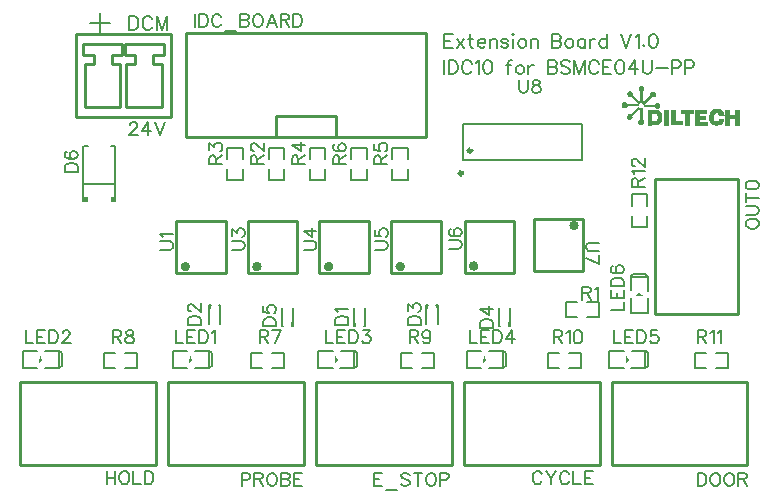
<source format=gto>
G04 Layer: TopSilkscreenLayer*
G04 EasyEDA v6.5.29, 2023-07-15 16:34:33*
G04 ff16eedd4ae041ca9ad6f45f5caac9ae,10*
G04 Gerber Generator version 0.2*
G04 Scale: 100 percent, Rotated: No, Reflected: No *
G04 Dimensions in millimeters *
G04 leading zeros omitted , absolute positions ,4 integer and 5 decimal *
%FSLAX45Y45*%
%MOMM*%

%ADD10C,0.2032*%
%ADD11C,0.1524*%
%ADD12C,0.2540*%
%ADD13C,0.1520*%
%ADD14C,0.1500*%
%ADD15C,0.4000*%
%ADD16C,0.3000*%
%ADD17C,0.0126*%

%LPD*%
G36*
X6621322Y8343900D02*
G01*
X6617157Y8343849D01*
X6612229Y8342782D01*
X6605879Y8339480D01*
X6600901Y8334197D01*
X6598310Y8328863D01*
X6597142Y8323935D01*
X6597142Y8315248D01*
X6598412Y8310067D01*
X6601561Y8303564D01*
X6606286Y8298383D01*
X6611772Y8294725D01*
X6611772Y8201558D01*
X6548120Y8265312D01*
X6547256Y8283143D01*
X6545732Y8290306D01*
X6543751Y8294268D01*
X6540652Y8297011D01*
X6537147Y8299450D01*
X6532372Y8301481D01*
X6527698Y8302345D01*
X6523685Y8302294D01*
X6518249Y8301177D01*
X6512204Y8298180D01*
X6505854Y8291830D01*
X6503263Y8286902D01*
X6501688Y8282381D01*
X6501231Y8275980D01*
X6502450Y8270036D01*
X6505194Y8264499D01*
X6509207Y8259927D01*
X6509207Y8259216D01*
X6513576Y8254492D01*
X6517741Y8252714D01*
X6522974Y8252307D01*
X6528816Y8253628D01*
X6533134Y8255609D01*
X6592112Y8191855D01*
X6503771Y8191855D01*
X6503263Y8194040D01*
X6500469Y8198053D01*
X6497167Y8200745D01*
X6493611Y8203031D01*
X6487922Y8205266D01*
X6483654Y8206231D01*
X6474968Y8206231D01*
X6469786Y8204911D01*
X6464096Y8202066D01*
X6459067Y8197088D01*
X6456222Y8191246D01*
X6454952Y8186369D01*
X6454952Y8177377D01*
X6456578Y8171535D01*
X6458712Y8167065D01*
X6464249Y8161426D01*
X6469278Y8158937D01*
X6475272Y8157362D01*
X6478727Y8157362D01*
X6481673Y8156092D01*
X6487617Y8156041D01*
X6492798Y8158530D01*
X6496456Y8161578D01*
X6500317Y8165998D01*
X6503873Y8171992D01*
X6597142Y8172043D01*
X6597142Y8186877D01*
X6611620Y8201355D01*
X6626656Y8201355D01*
X6641084Y8186928D01*
X6709613Y8250580D01*
X6713778Y8248903D01*
X6718503Y8247532D01*
X6725716Y8247634D01*
X6731000Y8249564D01*
X6735470Y8252256D01*
X6741515Y8258149D01*
X6744462Y8263331D01*
X6746138Y8268462D01*
X6746544Y8274405D01*
X6745630Y8279180D01*
X6743547Y8284464D01*
X6739534Y8289848D01*
X6734759Y8293658D01*
X6729222Y8296300D01*
X6725005Y8297164D01*
X6718503Y8297164D01*
X6713931Y8295995D01*
X6709003Y8293557D01*
X6705193Y8290356D01*
X6701485Y8289340D01*
X6699453Y8288528D01*
X6695389Y8284108D01*
X6693814Y8279841D01*
X6692900Y8274558D01*
X6693408Y8269681D01*
X6694931Y8265312D01*
X6631178Y8205927D01*
X6631178Y8294725D01*
X6637426Y8299094D01*
X6641134Y8303310D01*
X6644690Y8310473D01*
X6645859Y8316010D01*
X6645859Y8322564D01*
X6644589Y8328659D01*
X6641795Y8334603D01*
X6636512Y8339836D01*
X6631482Y8342375D01*
X6625539Y8343900D01*
G37*
G36*
X6752183Y8202879D02*
G01*
X6749135Y8202117D01*
X6745122Y8200136D01*
X6741159Y8196783D01*
X6737096Y8191855D01*
X6734048Y8186674D01*
X6641084Y8186674D01*
X6641084Y8166862D01*
X6734352Y8166862D01*
X6736080Y8163864D01*
X6739381Y8159699D01*
X6744258Y8156092D01*
X6748576Y8154212D01*
X6754164Y8152485D01*
X6763258Y8152485D01*
X6769608Y8154263D01*
X6773976Y8156752D01*
X6779107Y8161934D01*
X6781647Y8167166D01*
X6783070Y8172246D01*
X6783019Y8181746D01*
X6781241Y8187690D01*
X6778701Y8192414D01*
X6773722Y8197392D01*
X6768033Y8200136D01*
X6762902Y8201355D01*
X6759194Y8201355D01*
X6756400Y8202523D01*
G37*
G36*
X6601663Y8166862D02*
G01*
X6533286Y8103209D01*
X6529628Y8104733D01*
X6524091Y8106308D01*
X6518757Y8106308D01*
X6514541Y8105394D01*
X6509664Y8103108D01*
X6504838Y8099450D01*
X6500215Y8094014D01*
X6497726Y8088884D01*
X6496558Y8083905D01*
X6496558Y8077962D01*
X6497726Y8073034D01*
X6500622Y8067294D01*
X6507022Y8060893D01*
X6512204Y8058048D01*
X6516928Y8056625D01*
X6524853Y8056625D01*
X6530390Y8058353D01*
X6534759Y8060944D01*
X6542836Y8067497D01*
X6545783Y8073440D01*
X6546138Y8081213D01*
X6544818Y8085886D01*
X6543141Y8088223D01*
X6543852Y8089239D01*
X6611772Y8152384D01*
X6611772Y8063992D01*
X6606438Y8060791D01*
X6600901Y8056372D01*
X6596024Y8050784D01*
X6593179Y8045399D01*
X6591909Y8040370D01*
X6592366Y8034223D01*
X6593636Y8029244D01*
X6596532Y8023707D01*
X6601459Y8018881D01*
X6606844Y8016087D01*
X6612026Y8014817D01*
X6621119Y8014817D01*
X6627012Y8016443D01*
X6631736Y8018932D01*
X6636562Y8023707D01*
X6639458Y8029244D01*
X6640677Y8034020D01*
X6641185Y8039150D01*
X6642608Y8043519D01*
X6643116Y8047481D01*
X6642252Y8051850D01*
X6640017Y8056575D01*
X6636715Y8060334D01*
X6631178Y8063992D01*
X6631178Y8157362D01*
X6611823Y8157362D01*
X6611569Y8152434D01*
X6602069Y8166862D01*
G37*
G36*
X7265873Y8152231D02*
G01*
X7252766Y8152130D01*
X7240778Y8149844D01*
X7231380Y8146592D01*
X7222286Y8142071D01*
X7215530Y8137702D01*
X7209840Y8132825D01*
X7205776Y8126272D01*
X7201509Y8117535D01*
X7198359Y8108086D01*
X7196785Y8100923D01*
X7195413Y8091424D01*
X7195362Y8068056D01*
X7196785Y8058556D01*
X7198715Y8050275D01*
X7200798Y8043925D01*
X7204608Y8036001D01*
X7207250Y8032292D01*
X7213346Y8024774D01*
X7218324Y8020303D01*
X7224979Y8016341D01*
X7231380Y8013700D01*
X7238542Y8011668D01*
X7245248Y8010448D01*
X7255459Y8009636D01*
X7263942Y8009636D01*
X7272578Y8010499D01*
X7281925Y8012480D01*
X7288834Y8014919D01*
X7293559Y8017256D01*
X7299959Y8021523D01*
X7311390Y8033258D01*
X7316419Y8040370D01*
X7319213Y8045907D01*
X7321092Y8051393D01*
X7322210Y8057794D01*
X7322769Y8063890D01*
X7278420Y8063890D01*
X7278014Y8056981D01*
X7277100Y8054086D01*
X7273848Y8049158D01*
X7269124Y8045703D01*
X7264653Y8044332D01*
X7254748Y8044332D01*
X7249363Y8045805D01*
X7243673Y8049514D01*
X7238238Y8055000D01*
X7236358Y8058251D01*
X7234631Y8064500D01*
X7234275Y8088274D01*
X7235494Y8096199D01*
X7237272Y8100923D01*
X7245248Y8108899D01*
X7250023Y8111388D01*
X7254748Y8112810D01*
X7264653Y8112810D01*
X7269073Y8111490D01*
X7273442Y8108289D01*
X7273950Y8105190D01*
X7277150Y8096961D01*
X7278268Y8091830D01*
X7278319Y8093202D01*
X7327442Y8093202D01*
X7323785Y8106867D01*
X7321803Y8113217D01*
X7318705Y8120989D01*
X7315453Y8127492D01*
X7312101Y8132622D01*
X7308037Y8137550D01*
X7301484Y8141614D01*
X7291222Y8146643D01*
X7282688Y8149437D01*
X7272985Y8151418D01*
G37*
G36*
X6675577Y8142325D02*
G01*
X6675577Y8107934D01*
X6741871Y8107629D01*
X6746646Y8106257D01*
X6753301Y8103514D01*
X6755079Y8101888D01*
X6757162Y8097215D01*
X6758381Y8091830D01*
X6758787Y8075980D01*
X6757263Y8068462D01*
X6755079Y8062925D01*
X6751370Y8056575D01*
X6743446Y8048650D01*
X6739077Y8046110D01*
X6734352Y8044332D01*
X6709613Y8044078D01*
X6709613Y8107934D01*
X6675577Y8107934D01*
X6675577Y8009585D01*
X6744258Y8009940D01*
X6751370Y8011210D01*
X6757314Y8012836D01*
X6764477Y8015579D01*
X6771589Y8019643D01*
X6775958Y8022844D01*
X6782511Y8028381D01*
X6787642Y8034781D01*
X6791198Y8041690D01*
X6793890Y8048650D01*
X6796024Y8057337D01*
X6797548Y8067700D01*
X6798056Y8081518D01*
X6797090Y8092643D01*
X6795922Y8100161D01*
X6793992Y8107781D01*
X6792315Y8112810D01*
X6788454Y8121040D01*
X6784949Y8125917D01*
X6779361Y8131149D01*
X6774738Y8134299D01*
X6768134Y8137652D01*
X6761276Y8139887D01*
X6752996Y8141512D01*
X6745833Y8142325D01*
G37*
G36*
X6812584Y8142325D02*
G01*
X6812584Y8009636D01*
X6851802Y8009636D01*
X6851802Y8142325D01*
G37*
G36*
X6871614Y8142325D02*
G01*
X6871614Y8014411D01*
X6969404Y8014411D01*
X6969404Y8049259D01*
X6910781Y8049259D01*
X6910781Y8142325D01*
G37*
G36*
X6959904Y8142325D02*
G01*
X6959904Y8107883D01*
X6993991Y8107883D01*
X6993991Y8009636D01*
X7033158Y8009636D01*
X7033158Y8107883D01*
X7067448Y8108086D01*
X7067651Y8142325D01*
G37*
G36*
X7077557Y8142325D02*
G01*
X7077557Y8004911D01*
X7185253Y8004911D01*
X7185253Y8039353D01*
X7116724Y8039353D01*
X7116724Y8058759D01*
X7170623Y8058759D01*
X7170623Y8093202D01*
X7116724Y8093202D01*
X7116724Y8107883D01*
X7180325Y8108086D01*
X7180529Y8142325D01*
G37*
G36*
X7332167Y8142325D02*
G01*
X7332167Y8009636D01*
X7371791Y8009636D01*
X7371791Y8063890D01*
X7415733Y8063890D01*
X7415733Y8009636D01*
X7454950Y8009636D01*
X7454950Y8142325D01*
X7415733Y8142325D01*
X7415733Y8098383D01*
X7371791Y8098383D01*
X7371791Y8142325D01*
G37*
D10*
X4953000Y8782558D02*
G01*
X4953000Y8668004D01*
X4953000Y8782558D02*
G01*
X5023865Y8782558D01*
X4953000Y8727947D02*
G01*
X4996688Y8727947D01*
X4953000Y8668004D02*
G01*
X5023865Y8668004D01*
X5059934Y8744204D02*
G01*
X5119877Y8668004D01*
X5119877Y8744204D02*
G01*
X5059934Y8668004D01*
X5172202Y8782558D02*
G01*
X5172202Y8689847D01*
X5177790Y8673337D01*
X5188711Y8668004D01*
X5199634Y8668004D01*
X5155945Y8744204D02*
G01*
X5194045Y8744204D01*
X5235447Y8711692D02*
G01*
X5300979Y8711692D01*
X5300979Y8722613D01*
X5295645Y8733281D01*
X5290058Y8738870D01*
X5279136Y8744204D01*
X5262879Y8744204D01*
X5251958Y8738870D01*
X5241036Y8727947D01*
X5235447Y8711692D01*
X5235447Y8700770D01*
X5241036Y8684260D01*
X5251958Y8673337D01*
X5262879Y8668004D01*
X5279136Y8668004D01*
X5290058Y8673337D01*
X5300979Y8684260D01*
X5337047Y8744204D02*
G01*
X5337047Y8668004D01*
X5337047Y8722613D02*
G01*
X5353304Y8738870D01*
X5364225Y8744204D01*
X5380736Y8744204D01*
X5391658Y8738870D01*
X5396991Y8722613D01*
X5396991Y8668004D01*
X5493004Y8727947D02*
G01*
X5487670Y8738870D01*
X5471159Y8744204D01*
X5454904Y8744204D01*
X5438393Y8738870D01*
X5433059Y8727947D01*
X5438393Y8717026D01*
X5449315Y8711692D01*
X5476747Y8706104D01*
X5487670Y8700770D01*
X5493004Y8689847D01*
X5493004Y8684260D01*
X5487670Y8673337D01*
X5471159Y8668004D01*
X5454904Y8668004D01*
X5438393Y8673337D01*
X5433059Y8684260D01*
X5529072Y8782558D02*
G01*
X5534406Y8776970D01*
X5539993Y8782558D01*
X5534406Y8787892D01*
X5529072Y8782558D01*
X5534406Y8744204D02*
G01*
X5534406Y8668004D01*
X5603240Y8744204D02*
G01*
X5592318Y8738870D01*
X5581395Y8727947D01*
X5575808Y8711692D01*
X5575808Y8700770D01*
X5581395Y8684260D01*
X5592318Y8673337D01*
X5603240Y8668004D01*
X5619495Y8668004D01*
X5630418Y8673337D01*
X5641340Y8684260D01*
X5646927Y8700770D01*
X5646927Y8711692D01*
X5641340Y8727947D01*
X5630418Y8738870D01*
X5619495Y8744204D01*
X5603240Y8744204D01*
X5682741Y8744204D02*
G01*
X5682741Y8668004D01*
X5682741Y8722613D02*
G01*
X5699252Y8738870D01*
X5710174Y8744204D01*
X5726429Y8744204D01*
X5737352Y8738870D01*
X5742940Y8722613D01*
X5742940Y8668004D01*
X5862827Y8782558D02*
G01*
X5862827Y8668004D01*
X5862827Y8782558D02*
G01*
X5911850Y8782558D01*
X5928359Y8776970D01*
X5933693Y8771636D01*
X5939281Y8760713D01*
X5939281Y8749792D01*
X5933693Y8738870D01*
X5928359Y8733281D01*
X5911850Y8727947D01*
X5862827Y8727947D02*
G01*
X5911850Y8727947D01*
X5928359Y8722613D01*
X5933693Y8717026D01*
X5939281Y8706104D01*
X5939281Y8689847D01*
X5933693Y8678926D01*
X5928359Y8673337D01*
X5911850Y8668004D01*
X5862827Y8668004D01*
X6002527Y8744204D02*
G01*
X5991606Y8738870D01*
X5980684Y8727947D01*
X5975095Y8711692D01*
X5975095Y8700770D01*
X5980684Y8684260D01*
X5991606Y8673337D01*
X6002527Y8668004D01*
X6018784Y8668004D01*
X6029706Y8673337D01*
X6040627Y8684260D01*
X6045961Y8700770D01*
X6045961Y8711692D01*
X6040627Y8727947D01*
X6029706Y8738870D01*
X6018784Y8744204D01*
X6002527Y8744204D01*
X6147561Y8744204D02*
G01*
X6147561Y8668004D01*
X6147561Y8727947D02*
G01*
X6136640Y8738870D01*
X6125718Y8744204D01*
X6109461Y8744204D01*
X6098540Y8738870D01*
X6087618Y8727947D01*
X6082029Y8711692D01*
X6082029Y8700770D01*
X6087618Y8684260D01*
X6098540Y8673337D01*
X6109461Y8668004D01*
X6125718Y8668004D01*
X6136640Y8673337D01*
X6147561Y8684260D01*
X6183629Y8744204D02*
G01*
X6183629Y8668004D01*
X6183629Y8711692D02*
G01*
X6188963Y8727947D01*
X6199886Y8738870D01*
X6210808Y8744204D01*
X6227063Y8744204D01*
X6328663Y8782558D02*
G01*
X6328663Y8668004D01*
X6328663Y8727947D02*
G01*
X6317741Y8738870D01*
X6306820Y8744204D01*
X6290563Y8744204D01*
X6279641Y8738870D01*
X6268720Y8727947D01*
X6263131Y8711692D01*
X6263131Y8700770D01*
X6268720Y8684260D01*
X6279641Y8673337D01*
X6290563Y8668004D01*
X6306820Y8668004D01*
X6317741Y8673337D01*
X6328663Y8684260D01*
X6448552Y8782558D02*
G01*
X6492240Y8668004D01*
X6535927Y8782558D02*
G01*
X6492240Y8668004D01*
X6571995Y8760713D02*
G01*
X6582918Y8766047D01*
X6599174Y8782558D01*
X6599174Y8668004D01*
X6640575Y8695181D02*
G01*
X6635241Y8689847D01*
X6640575Y8684260D01*
X6646163Y8689847D01*
X6640575Y8695181D01*
X6714743Y8782558D02*
G01*
X6698488Y8776970D01*
X6687565Y8760713D01*
X6681977Y8733281D01*
X6681977Y8717026D01*
X6687565Y8689847D01*
X6698488Y8673337D01*
X6714743Y8668004D01*
X6725665Y8668004D01*
X6742175Y8673337D01*
X6753097Y8689847D01*
X6758431Y8717026D01*
X6758431Y8733281D01*
X6753097Y8760713D01*
X6742175Y8776970D01*
X6725665Y8782558D01*
X6714743Y8782558D01*
X4953000Y8560815D02*
G01*
X4953000Y8446262D01*
X4989068Y8560815D02*
G01*
X4989068Y8446262D01*
X4989068Y8560815D02*
G01*
X5027168Y8560815D01*
X5043424Y8555481D01*
X5054345Y8544560D01*
X5059934Y8533637D01*
X5065268Y8517128D01*
X5065268Y8489950D01*
X5059934Y8473694D01*
X5054345Y8462771D01*
X5043424Y8451850D01*
X5027168Y8446262D01*
X4989068Y8446262D01*
X5183124Y8533637D02*
G01*
X5177790Y8544560D01*
X5166868Y8555481D01*
X5155945Y8560815D01*
X5134102Y8560815D01*
X5123179Y8555481D01*
X5112258Y8544560D01*
X5106924Y8533637D01*
X5101336Y8517128D01*
X5101336Y8489950D01*
X5106924Y8473694D01*
X5112258Y8462771D01*
X5123179Y8451850D01*
X5134102Y8446262D01*
X5155945Y8446262D01*
X5166868Y8451850D01*
X5177790Y8462771D01*
X5183124Y8473694D01*
X5219191Y8538971D02*
G01*
X5230113Y8544560D01*
X5246370Y8560815D01*
X5246370Y8446262D01*
X5315204Y8560815D02*
G01*
X5298693Y8555481D01*
X5288025Y8538971D01*
X5282438Y8511794D01*
X5282438Y8495537D01*
X5288025Y8468105D01*
X5298693Y8451850D01*
X5315204Y8446262D01*
X5326125Y8446262D01*
X5342381Y8451850D01*
X5353304Y8468105D01*
X5358891Y8495537D01*
X5358891Y8511794D01*
X5353304Y8538971D01*
X5342381Y8555481D01*
X5326125Y8560815D01*
X5315204Y8560815D01*
X5522468Y8560815D02*
G01*
X5511545Y8560815D01*
X5500624Y8555481D01*
X5495290Y8538971D01*
X5495290Y8446262D01*
X5478779Y8522715D02*
G01*
X5516879Y8522715D01*
X5585713Y8522715D02*
G01*
X5574791Y8517128D01*
X5563870Y8506460D01*
X5558536Y8489950D01*
X5558536Y8479028D01*
X5563870Y8462771D01*
X5574791Y8451850D01*
X5585713Y8446262D01*
X5601970Y8446262D01*
X5612891Y8451850D01*
X5623813Y8462771D01*
X5629402Y8479028D01*
X5629402Y8489950D01*
X5623813Y8506460D01*
X5612891Y8517128D01*
X5601970Y8522715D01*
X5585713Y8522715D01*
X5665470Y8522715D02*
G01*
X5665470Y8446262D01*
X5665470Y8489950D02*
G01*
X5670804Y8506460D01*
X5681725Y8517128D01*
X5692647Y8522715D01*
X5708904Y8522715D01*
X5829045Y8560815D02*
G01*
X5829045Y8446262D01*
X5829045Y8560815D02*
G01*
X5878068Y8560815D01*
X5894577Y8555481D01*
X5899911Y8549894D01*
X5905245Y8538971D01*
X5905245Y8528050D01*
X5899911Y8517128D01*
X5894577Y8511794D01*
X5878068Y8506460D01*
X5829045Y8506460D02*
G01*
X5878068Y8506460D01*
X5894577Y8500871D01*
X5899911Y8495537D01*
X5905245Y8484615D01*
X5905245Y8468105D01*
X5899911Y8457184D01*
X5894577Y8451850D01*
X5878068Y8446262D01*
X5829045Y8446262D01*
X6017768Y8544560D02*
G01*
X6006845Y8555481D01*
X5990336Y8560815D01*
X5968745Y8560815D01*
X5952236Y8555481D01*
X5941313Y8544560D01*
X5941313Y8533637D01*
X5946902Y8522715D01*
X5952236Y8517128D01*
X5963158Y8511794D01*
X5995924Y8500871D01*
X6006845Y8495537D01*
X6012179Y8489950D01*
X6017768Y8479028D01*
X6017768Y8462771D01*
X6006845Y8451850D01*
X5990336Y8446262D01*
X5968745Y8446262D01*
X5952236Y8451850D01*
X5941313Y8462771D01*
X6053836Y8560815D02*
G01*
X6053836Y8446262D01*
X6053836Y8560815D02*
G01*
X6097270Y8446262D01*
X6140958Y8560815D02*
G01*
X6097270Y8446262D01*
X6140958Y8560815D02*
G01*
X6140958Y8446262D01*
X6258813Y8533637D02*
G01*
X6253479Y8544560D01*
X6242558Y8555481D01*
X6231636Y8560815D01*
X6209791Y8560815D01*
X6198870Y8555481D01*
X6187947Y8544560D01*
X6182359Y8533637D01*
X6177025Y8517128D01*
X6177025Y8489950D01*
X6182359Y8473694D01*
X6187947Y8462771D01*
X6198870Y8451850D01*
X6209791Y8446262D01*
X6231636Y8446262D01*
X6242558Y8451850D01*
X6253479Y8462771D01*
X6258813Y8473694D01*
X6294881Y8560815D02*
G01*
X6294881Y8446262D01*
X6294881Y8560815D02*
G01*
X6365747Y8560815D01*
X6294881Y8506460D02*
G01*
X6338570Y8506460D01*
X6294881Y8446262D02*
G01*
X6365747Y8446262D01*
X6434327Y8560815D02*
G01*
X6418072Y8555481D01*
X6407150Y8538971D01*
X6401815Y8511794D01*
X6401815Y8495537D01*
X6407150Y8468105D01*
X6418072Y8451850D01*
X6434327Y8446262D01*
X6445250Y8446262D01*
X6461759Y8451850D01*
X6472681Y8468105D01*
X6478015Y8495537D01*
X6478015Y8511794D01*
X6472681Y8538971D01*
X6461759Y8555481D01*
X6445250Y8560815D01*
X6434327Y8560815D01*
X6568693Y8560815D02*
G01*
X6514084Y8484615D01*
X6595872Y8484615D01*
X6568693Y8560815D02*
G01*
X6568693Y8446262D01*
X6631940Y8560815D02*
G01*
X6631940Y8479028D01*
X6637274Y8462771D01*
X6648195Y8451850D01*
X6664706Y8446262D01*
X6675627Y8446262D01*
X6691884Y8451850D01*
X6702806Y8462771D01*
X6708393Y8479028D01*
X6708393Y8560815D01*
X6744208Y8495537D02*
G01*
X6842506Y8495537D01*
X6878574Y8560815D02*
G01*
X6878574Y8446262D01*
X6878574Y8560815D02*
G01*
X6927595Y8560815D01*
X6943852Y8555481D01*
X6949440Y8549894D01*
X6954774Y8538971D01*
X6954774Y8522715D01*
X6949440Y8511794D01*
X6943852Y8506460D01*
X6927595Y8500871D01*
X6878574Y8500871D01*
X6990841Y8560815D02*
G01*
X6990841Y8446262D01*
X6990841Y8560815D02*
G01*
X7039863Y8560815D01*
X7056374Y8555481D01*
X7061708Y8549894D01*
X7067295Y8538971D01*
X7067295Y8522715D01*
X7061708Y8511794D01*
X7056374Y8506460D01*
X7039863Y8500871D01*
X6990841Y8500871D01*
X2037588Y8962897D02*
G01*
X2037588Y8799321D01*
X1955800Y8881110D02*
G01*
X2119375Y8881110D01*
X2286106Y8935008D02*
G01*
X2286106Y8820454D01*
X2286106Y8935008D02*
G01*
X2324206Y8935008D01*
X2340462Y8929420D01*
X2351384Y8918498D01*
X2356972Y8907576D01*
X2362306Y8891320D01*
X2362306Y8863888D01*
X2356972Y8847632D01*
X2351384Y8836710D01*
X2340462Y8825788D01*
X2324206Y8820454D01*
X2286106Y8820454D01*
X2480162Y8907576D02*
G01*
X2474828Y8918498D01*
X2463906Y8929420D01*
X2452984Y8935008D01*
X2431140Y8935008D01*
X2420218Y8929420D01*
X2409296Y8918498D01*
X2403708Y8907576D01*
X2398374Y8891320D01*
X2398374Y8863888D01*
X2403708Y8847632D01*
X2409296Y8836710D01*
X2420218Y8825788D01*
X2431140Y8820454D01*
X2452984Y8820454D01*
X2463906Y8825788D01*
X2474828Y8836710D01*
X2480162Y8847632D01*
X2516230Y8935008D02*
G01*
X2516230Y8820454D01*
X2516230Y8935008D02*
G01*
X2559918Y8820454D01*
X2603352Y8935008D02*
G01*
X2559918Y8820454D01*
X2603352Y8935008D02*
G01*
X2603352Y8820454D01*
D11*
X5780277Y5055107D02*
G01*
X5774943Y5065521D01*
X5764529Y5075936D01*
X5754370Y5081015D01*
X5733541Y5081015D01*
X5723127Y5075936D01*
X5712713Y5065521D01*
X5707379Y5055107D01*
X5702300Y5039360D01*
X5702300Y5013452D01*
X5707379Y4997957D01*
X5712713Y4987544D01*
X5723127Y4977129D01*
X5733541Y4972050D01*
X5754370Y4972050D01*
X5764529Y4977129D01*
X5774943Y4987544D01*
X5780277Y4997957D01*
X5814568Y5081015D02*
G01*
X5855970Y5029200D01*
X5855970Y4972050D01*
X5897625Y5081015D02*
G01*
X5855970Y5029200D01*
X6009893Y5055107D02*
G01*
X6004559Y5065521D01*
X5994400Y5075936D01*
X5983986Y5081015D01*
X5963158Y5081015D01*
X5952743Y5075936D01*
X5942329Y5065521D01*
X5937250Y5055107D01*
X5931915Y5039360D01*
X5931915Y5013452D01*
X5937250Y4997957D01*
X5942329Y4987544D01*
X5952743Y4977129D01*
X5963158Y4972050D01*
X5983986Y4972050D01*
X5994400Y4977129D01*
X6004559Y4987544D01*
X6009893Y4997957D01*
X6044184Y5081015D02*
G01*
X6044184Y4972050D01*
X6044184Y4972050D02*
G01*
X6106413Y4972050D01*
X6140704Y5081015D02*
G01*
X6140704Y4972050D01*
X6140704Y5081015D02*
G01*
X6208268Y5081015D01*
X6140704Y5029200D02*
G01*
X6182359Y5029200D01*
X6140704Y4972050D02*
G01*
X6208268Y4972050D01*
X7099300Y5068315D02*
G01*
X7099300Y4959350D01*
X7099300Y5068315D02*
G01*
X7135622Y5068315D01*
X7151370Y5063236D01*
X7161529Y5052821D01*
X7166863Y5042407D01*
X7171943Y5026660D01*
X7171943Y5000752D01*
X7166863Y4985257D01*
X7161529Y4974844D01*
X7151370Y4964429D01*
X7135622Y4959350D01*
X7099300Y4959350D01*
X7237475Y5068315D02*
G01*
X7227061Y5063236D01*
X7216647Y5052821D01*
X7211568Y5042407D01*
X7206234Y5026660D01*
X7206234Y5000752D01*
X7211568Y4985257D01*
X7216647Y4974844D01*
X7227061Y4964429D01*
X7237475Y4959350D01*
X7258304Y4959350D01*
X7268718Y4964429D01*
X7279131Y4974844D01*
X7284211Y4985257D01*
X7289545Y5000752D01*
X7289545Y5026660D01*
X7284211Y5042407D01*
X7279131Y5052821D01*
X7268718Y5063236D01*
X7258304Y5068315D01*
X7237475Y5068315D01*
X7354824Y5068315D02*
G01*
X7344409Y5063236D01*
X7334250Y5052821D01*
X7328915Y5042407D01*
X7323836Y5026660D01*
X7323836Y5000752D01*
X7328915Y4985257D01*
X7334250Y4974844D01*
X7344409Y4964429D01*
X7354824Y4959350D01*
X7375652Y4959350D01*
X7386065Y4964429D01*
X7396479Y4974844D01*
X7401559Y4985257D01*
X7406893Y5000752D01*
X7406893Y5026660D01*
X7401559Y5042407D01*
X7396479Y5052821D01*
X7386065Y5063236D01*
X7375652Y5068315D01*
X7354824Y5068315D01*
X7441184Y5068315D02*
G01*
X7441184Y4959350D01*
X7441184Y5068315D02*
G01*
X7487920Y5068315D01*
X7503413Y5063236D01*
X7508747Y5057902D01*
X7513827Y5047487D01*
X7513827Y5037073D01*
X7508747Y5026660D01*
X7503413Y5021579D01*
X7487920Y5016500D01*
X7441184Y5016500D01*
X7477506Y5016500D02*
G01*
X7513827Y4959350D01*
X4356100Y5068315D02*
G01*
X4356100Y4959350D01*
X4356100Y5068315D02*
G01*
X4423663Y5068315D01*
X4356100Y5016500D02*
G01*
X4397756Y5016500D01*
X4356100Y4959350D02*
G01*
X4423663Y4959350D01*
X4457954Y4922773D02*
G01*
X4551425Y4922773D01*
X4658359Y5052821D02*
G01*
X4648200Y5063236D01*
X4632452Y5068315D01*
X4611624Y5068315D01*
X4596129Y5063236D01*
X4585715Y5052821D01*
X4585715Y5042407D01*
X4591050Y5031994D01*
X4596129Y5026660D01*
X4606543Y5021579D01*
X4637786Y5011165D01*
X4648200Y5006086D01*
X4653279Y5000752D01*
X4658359Y4990337D01*
X4658359Y4974844D01*
X4648200Y4964429D01*
X4632452Y4959350D01*
X4611624Y4959350D01*
X4596129Y4964429D01*
X4585715Y4974844D01*
X4729225Y5068315D02*
G01*
X4729225Y4959350D01*
X4692650Y5068315D02*
G01*
X4765547Y5068315D01*
X4831079Y5068315D02*
G01*
X4820665Y5063236D01*
X4810252Y5052821D01*
X4804918Y5042407D01*
X4799838Y5026660D01*
X4799838Y5000752D01*
X4804918Y4985257D01*
X4810252Y4974844D01*
X4820665Y4964429D01*
X4831079Y4959350D01*
X4851654Y4959350D01*
X4862068Y4964429D01*
X4872481Y4974844D01*
X4877815Y4985257D01*
X4882895Y5000752D01*
X4882895Y5026660D01*
X4877815Y5042407D01*
X4872481Y5052821D01*
X4862068Y5063236D01*
X4851654Y5068315D01*
X4831079Y5068315D01*
X4917186Y5068315D02*
G01*
X4917186Y4959350D01*
X4917186Y5068315D02*
G01*
X4963922Y5068315D01*
X4979670Y5063236D01*
X4984750Y5057902D01*
X4989829Y5047487D01*
X4989829Y5031994D01*
X4984750Y5021579D01*
X4979670Y5016500D01*
X4963922Y5011165D01*
X4917186Y5011165D01*
X2095500Y5081015D02*
G01*
X2095500Y4972050D01*
X2168143Y5081015D02*
G01*
X2168143Y4972050D01*
X2095500Y5029200D02*
G01*
X2168143Y5029200D01*
X2233675Y5081015D02*
G01*
X2223261Y5075936D01*
X2212847Y5065521D01*
X2207768Y5055107D01*
X2202434Y5039360D01*
X2202434Y5013452D01*
X2207768Y4997957D01*
X2212847Y4987544D01*
X2223261Y4977129D01*
X2233675Y4972050D01*
X2254504Y4972050D01*
X2264918Y4977129D01*
X2275331Y4987544D01*
X2280411Y4997957D01*
X2285745Y5013452D01*
X2285745Y5039360D01*
X2280411Y5055107D01*
X2275331Y5065521D01*
X2264918Y5075936D01*
X2254504Y5081015D01*
X2233675Y5081015D01*
X2320036Y5081015D02*
G01*
X2320036Y4972050D01*
X2320036Y4972050D02*
G01*
X2382265Y4972050D01*
X2416556Y5081015D02*
G01*
X2416556Y4972050D01*
X2416556Y5081015D02*
G01*
X2452877Y5081015D01*
X2468625Y5075936D01*
X2479040Y5065521D01*
X2484120Y5055107D01*
X2489200Y5039360D01*
X2489200Y5013452D01*
X2484120Y4997957D01*
X2479040Y4987544D01*
X2468625Y4977129D01*
X2452877Y4972050D01*
X2416556Y4972050D01*
X7504684Y7168642D02*
G01*
X7509763Y7158228D01*
X7520177Y7147813D01*
X7530591Y7142479D01*
X7546340Y7137400D01*
X7572247Y7137400D01*
X7587741Y7142479D01*
X7598156Y7147813D01*
X7608570Y7158228D01*
X7613650Y7168642D01*
X7613650Y7189470D01*
X7608570Y7199629D01*
X7598156Y7210044D01*
X7587741Y7215378D01*
X7572247Y7220458D01*
X7546340Y7220458D01*
X7530591Y7215378D01*
X7520177Y7210044D01*
X7509763Y7199629D01*
X7504684Y7189470D01*
X7504684Y7168642D01*
X7504684Y7254747D02*
G01*
X7582661Y7254747D01*
X7598156Y7260081D01*
X7608570Y7270495D01*
X7613650Y7285989D01*
X7613650Y7296404D01*
X7608570Y7311897D01*
X7598156Y7322312D01*
X7582661Y7327645D01*
X7504684Y7327645D01*
X7504684Y7398258D02*
G01*
X7613650Y7398258D01*
X7504684Y7361936D02*
G01*
X7504684Y7434579D01*
X7504684Y7500112D02*
G01*
X7509763Y7484363D01*
X7525511Y7473950D01*
X7551420Y7468870D01*
X7566913Y7468870D01*
X7593075Y7473950D01*
X7608570Y7484363D01*
X7613650Y7500112D01*
X7613650Y7510526D01*
X7608570Y7526020D01*
X7593075Y7536434D01*
X7566913Y7541513D01*
X7551420Y7541513D01*
X7525511Y7536434D01*
X7509763Y7526020D01*
X7504684Y7510526D01*
X7504684Y7500112D01*
X3238500Y5068315D02*
G01*
X3238500Y4959350D01*
X3238500Y5068315D02*
G01*
X3285236Y5068315D01*
X3300729Y5063236D01*
X3306063Y5057902D01*
X3311143Y5047487D01*
X3311143Y5031994D01*
X3306063Y5021579D01*
X3300729Y5016500D01*
X3285236Y5011165D01*
X3238500Y5011165D01*
X3345434Y5068315D02*
G01*
X3345434Y4959350D01*
X3345434Y5068315D02*
G01*
X3392170Y5068315D01*
X3407918Y5063236D01*
X3412997Y5057902D01*
X3418331Y5047487D01*
X3418331Y5037073D01*
X3412997Y5026660D01*
X3407918Y5021579D01*
X3392170Y5016500D01*
X3345434Y5016500D01*
X3382009Y5016500D02*
G01*
X3418331Y4959350D01*
X3483609Y5068315D02*
G01*
X3473450Y5063236D01*
X3463036Y5052821D01*
X3457702Y5042407D01*
X3452622Y5026660D01*
X3452622Y5000752D01*
X3457702Y4985257D01*
X3463036Y4974844D01*
X3473450Y4964429D01*
X3483609Y4959350D01*
X3504438Y4959350D01*
X3514852Y4964429D01*
X3525265Y4974844D01*
X3530600Y4985257D01*
X3535679Y5000752D01*
X3535679Y5026660D01*
X3530600Y5042407D01*
X3525265Y5052821D01*
X3514852Y5063236D01*
X3504438Y5068315D01*
X3483609Y5068315D01*
X3569970Y5068315D02*
G01*
X3569970Y4959350D01*
X3569970Y5068315D02*
G01*
X3616706Y5068315D01*
X3632200Y5063236D01*
X3637534Y5057902D01*
X3642613Y5047487D01*
X3642613Y5037073D01*
X3637534Y5026660D01*
X3632200Y5021579D01*
X3616706Y5016500D01*
X3569970Y5016500D02*
G01*
X3616706Y5016500D01*
X3632200Y5011165D01*
X3637534Y5006086D01*
X3642613Y4995671D01*
X3642613Y4979923D01*
X3637534Y4969510D01*
X3632200Y4964429D01*
X3616706Y4959350D01*
X3569970Y4959350D01*
X3676904Y5068315D02*
G01*
X3676904Y4959350D01*
X3676904Y5068315D02*
G01*
X3744468Y5068315D01*
X3676904Y5016500D02*
G01*
X3718559Y5016500D01*
X3676904Y4959350D02*
G01*
X3744468Y4959350D01*
X4031251Y6324600D02*
G01*
X4140217Y6324600D01*
X4031251Y6324600D02*
G01*
X4031251Y6360921D01*
X4036331Y6376670D01*
X4046745Y6386829D01*
X4057159Y6392163D01*
X4072907Y6397244D01*
X4098815Y6397244D01*
X4114309Y6392163D01*
X4124723Y6386829D01*
X4135137Y6376670D01*
X4140217Y6360921D01*
X4140217Y6324600D01*
X4052079Y6431534D02*
G01*
X4046745Y6441947D01*
X4031251Y6457695D01*
X4140217Y6457695D01*
X2780278Y6324587D02*
G01*
X2889244Y6324587D01*
X2780278Y6324587D02*
G01*
X2780278Y6360909D01*
X2785358Y6376657D01*
X2795772Y6386817D01*
X2806186Y6392151D01*
X2821934Y6397231D01*
X2847842Y6397231D01*
X2863336Y6392151D01*
X2873750Y6386817D01*
X2884164Y6376657D01*
X2889244Y6360909D01*
X2889244Y6324587D01*
X2806186Y6436855D02*
G01*
X2801106Y6436855D01*
X2790692Y6441935D01*
X2785358Y6447269D01*
X2780278Y6457683D01*
X2780278Y6478257D01*
X2785358Y6488671D01*
X2790692Y6494005D01*
X2801106Y6499085D01*
X2811520Y6499085D01*
X2821934Y6494005D01*
X2837428Y6483591D01*
X2889244Y6431521D01*
X2889244Y6504419D01*
X4643981Y6324600D02*
G01*
X4752947Y6324600D01*
X4643981Y6324600D02*
G01*
X4643981Y6360921D01*
X4649061Y6376670D01*
X4659475Y6386829D01*
X4669889Y6392163D01*
X4685637Y6397244D01*
X4711545Y6397244D01*
X4727039Y6392163D01*
X4737453Y6386829D01*
X4747867Y6376670D01*
X4752947Y6360921D01*
X4752947Y6324600D01*
X4643981Y6441947D02*
G01*
X4643981Y6499097D01*
X4685637Y6468110D01*
X4685637Y6483604D01*
X4690717Y6494018D01*
X4695797Y6499097D01*
X4711545Y6504431D01*
X4721959Y6504431D01*
X4737453Y6499097D01*
X4747867Y6488684D01*
X4752947Y6473189D01*
X4752947Y6457695D01*
X4747867Y6441947D01*
X4742787Y6436868D01*
X4732373Y6431534D01*
X5256784Y6299200D02*
G01*
X5365750Y6299200D01*
X5256784Y6299200D02*
G01*
X5256784Y6335521D01*
X5261863Y6351270D01*
X5272277Y6361429D01*
X5282691Y6366763D01*
X5298440Y6371844D01*
X5324347Y6371844D01*
X5339841Y6366763D01*
X5350256Y6361429D01*
X5360670Y6351270D01*
X5365750Y6335521D01*
X5365750Y6299200D01*
X5256784Y6458204D02*
G01*
X5329427Y6406134D01*
X5329427Y6484112D01*
X5256784Y6458204D02*
G01*
X5365750Y6458204D01*
X3418486Y6311900D02*
G01*
X3527452Y6311900D01*
X3418486Y6311900D02*
G01*
X3418486Y6348221D01*
X3423566Y6363970D01*
X3433980Y6374129D01*
X3444394Y6379463D01*
X3460142Y6384544D01*
X3486050Y6384544D01*
X3501544Y6379463D01*
X3511958Y6374129D01*
X3522372Y6363970D01*
X3527452Y6348221D01*
X3527452Y6311900D01*
X3418486Y6481318D02*
G01*
X3418486Y6429247D01*
X3465222Y6424168D01*
X3460142Y6429247D01*
X3454808Y6444995D01*
X3454808Y6460489D01*
X3460142Y6475984D01*
X3470302Y6486397D01*
X3486050Y6491731D01*
X3496464Y6491731D01*
X3511958Y6486397D01*
X3522372Y6475984D01*
X3527452Y6460489D01*
X3527452Y6444995D01*
X3522372Y6429247D01*
X3517292Y6424168D01*
X3506878Y6418834D01*
X1738884Y7619987D02*
G01*
X1847850Y7619987D01*
X1738884Y7619987D02*
G01*
X1738884Y7656309D01*
X1743963Y7672057D01*
X1754378Y7682217D01*
X1764792Y7687551D01*
X1780539Y7692631D01*
X1806447Y7692631D01*
X1821942Y7687551D01*
X1832355Y7682217D01*
X1842770Y7672057D01*
X1847850Y7656309D01*
X1847850Y7619987D01*
X1754378Y7789405D02*
G01*
X1743963Y7784071D01*
X1738884Y7768577D01*
X1738884Y7758163D01*
X1743963Y7742669D01*
X1759712Y7732255D01*
X1785620Y7726921D01*
X1811528Y7726921D01*
X1832355Y7732255D01*
X1842770Y7742669D01*
X1847850Y7758163D01*
X1847850Y7763497D01*
X1842770Y7778991D01*
X1832355Y7789405D01*
X1816862Y7794485D01*
X1811528Y7794485D01*
X1796034Y7789405D01*
X1785620Y7778991D01*
X1780539Y7763497D01*
X1780539Y7758163D01*
X1785620Y7742669D01*
X1796034Y7732255D01*
X1811528Y7726921D01*
X2679692Y6274803D02*
G01*
X2679692Y6165837D01*
X2679692Y6165837D02*
G01*
X2741922Y6165837D01*
X2776212Y6274803D02*
G01*
X2776212Y6165837D01*
X2776212Y6274803D02*
G01*
X2843776Y6274803D01*
X2776212Y6222987D02*
G01*
X2817868Y6222987D01*
X2776212Y6165837D02*
G01*
X2843776Y6165837D01*
X2878066Y6274803D02*
G01*
X2878066Y6165837D01*
X2878066Y6274803D02*
G01*
X2914642Y6274803D01*
X2930136Y6269723D01*
X2940550Y6259309D01*
X2945630Y6248895D01*
X2950964Y6233147D01*
X2950964Y6207239D01*
X2945630Y6191745D01*
X2940550Y6181331D01*
X2930136Y6170917D01*
X2914642Y6165837D01*
X2878066Y6165837D01*
X2985254Y6253975D02*
G01*
X2995668Y6259309D01*
X3011162Y6274803D01*
X3011162Y6165837D01*
X1409697Y6274803D02*
G01*
X1409697Y6165837D01*
X1409697Y6165837D02*
G01*
X1471927Y6165837D01*
X1506217Y6274803D02*
G01*
X1506217Y6165837D01*
X1506217Y6274803D02*
G01*
X1573781Y6274803D01*
X1506217Y6222987D02*
G01*
X1547873Y6222987D01*
X1506217Y6165837D02*
G01*
X1573781Y6165837D01*
X1608071Y6274803D02*
G01*
X1608071Y6165837D01*
X1608071Y6274803D02*
G01*
X1644647Y6274803D01*
X1660141Y6269723D01*
X1670555Y6259309D01*
X1675635Y6248895D01*
X1680969Y6233147D01*
X1680969Y6207239D01*
X1675635Y6191745D01*
X1670555Y6181331D01*
X1660141Y6170917D01*
X1644647Y6165837D01*
X1608071Y6165837D01*
X1720339Y6248895D02*
G01*
X1720339Y6253975D01*
X1725673Y6264389D01*
X1730753Y6269723D01*
X1741167Y6274803D01*
X1761995Y6274803D01*
X1772409Y6269723D01*
X1777489Y6264389D01*
X1782823Y6253975D01*
X1782823Y6243561D01*
X1777489Y6233147D01*
X1767075Y6217653D01*
X1715259Y6165837D01*
X1787903Y6165837D01*
X3949689Y6274803D02*
G01*
X3949689Y6165837D01*
X3949689Y6165837D02*
G01*
X4011919Y6165837D01*
X4046209Y6274803D02*
G01*
X4046209Y6165837D01*
X4046209Y6274803D02*
G01*
X4113773Y6274803D01*
X4046209Y6222987D02*
G01*
X4087865Y6222987D01*
X4046209Y6165837D02*
G01*
X4113773Y6165837D01*
X4148063Y6274803D02*
G01*
X4148063Y6165837D01*
X4148063Y6274803D02*
G01*
X4184639Y6274803D01*
X4200133Y6269723D01*
X4210547Y6259309D01*
X4215627Y6248895D01*
X4220961Y6233147D01*
X4220961Y6207239D01*
X4215627Y6191745D01*
X4210547Y6181331D01*
X4200133Y6170917D01*
X4184639Y6165837D01*
X4148063Y6165837D01*
X4265665Y6274803D02*
G01*
X4322815Y6274803D01*
X4291573Y6233147D01*
X4307067Y6233147D01*
X4317481Y6228067D01*
X4322815Y6222987D01*
X4327895Y6207239D01*
X4327895Y6196825D01*
X4322815Y6181331D01*
X4312401Y6170917D01*
X4296653Y6165837D01*
X4281159Y6165837D01*
X4265665Y6170917D01*
X4260331Y6175997D01*
X4255251Y6186411D01*
X5168887Y6274803D02*
G01*
X5168887Y6165837D01*
X5168887Y6165837D02*
G01*
X5231117Y6165837D01*
X5265407Y6274803D02*
G01*
X5265407Y6165837D01*
X5265407Y6274803D02*
G01*
X5332971Y6274803D01*
X5265407Y6222987D02*
G01*
X5307063Y6222987D01*
X5265407Y6165837D02*
G01*
X5332971Y6165837D01*
X5367261Y6274803D02*
G01*
X5367261Y6165837D01*
X5367261Y6274803D02*
G01*
X5403837Y6274803D01*
X5419331Y6269723D01*
X5429745Y6259309D01*
X5434825Y6248895D01*
X5440159Y6233147D01*
X5440159Y6207239D01*
X5434825Y6191745D01*
X5429745Y6181331D01*
X5419331Y6170917D01*
X5403837Y6165837D01*
X5367261Y6165837D01*
X5526265Y6274803D02*
G01*
X5474449Y6202159D01*
X5552427Y6202159D01*
X5526265Y6274803D02*
G01*
X5526265Y6165837D01*
X6388084Y6274803D02*
G01*
X6388084Y6165837D01*
X6388084Y6165837D02*
G01*
X6450314Y6165837D01*
X6484604Y6274803D02*
G01*
X6484604Y6165837D01*
X6484604Y6274803D02*
G01*
X6552168Y6274803D01*
X6484604Y6222987D02*
G01*
X6526260Y6222987D01*
X6484604Y6165837D02*
G01*
X6552168Y6165837D01*
X6586458Y6274803D02*
G01*
X6586458Y6165837D01*
X6586458Y6274803D02*
G01*
X6623034Y6274803D01*
X6638528Y6269723D01*
X6648942Y6259309D01*
X6654022Y6248895D01*
X6659356Y6233147D01*
X6659356Y6207239D01*
X6654022Y6191745D01*
X6648942Y6181331D01*
X6638528Y6170917D01*
X6623034Y6165837D01*
X6586458Y6165837D01*
X6755876Y6274803D02*
G01*
X6704060Y6274803D01*
X6698726Y6228067D01*
X6704060Y6233147D01*
X6719554Y6238481D01*
X6735048Y6238481D01*
X6750796Y6233147D01*
X6761210Y6222987D01*
X6766290Y6207239D01*
X6766290Y6196825D01*
X6761210Y6181331D01*
X6750796Y6170917D01*
X6735048Y6165837D01*
X6719554Y6165837D01*
X6704060Y6170917D01*
X6698726Y6175997D01*
X6693646Y6186411D01*
X6361684Y6451600D02*
G01*
X6470650Y6451600D01*
X6470650Y6451600D02*
G01*
X6470650Y6513829D01*
X6361684Y6548120D02*
G01*
X6470650Y6548120D01*
X6361684Y6548120D02*
G01*
X6361684Y6615684D01*
X6413500Y6548120D02*
G01*
X6413500Y6589776D01*
X6470650Y6548120D02*
G01*
X6470650Y6615684D01*
X6361684Y6649973D02*
G01*
X6470650Y6649973D01*
X6361684Y6649973D02*
G01*
X6361684Y6686550D01*
X6366763Y6702044D01*
X6377177Y6712458D01*
X6387591Y6717537D01*
X6403340Y6722871D01*
X6429247Y6722871D01*
X6444741Y6717537D01*
X6455156Y6712458D01*
X6465570Y6702044D01*
X6470650Y6686550D01*
X6470650Y6649973D01*
X6377177Y6819392D02*
G01*
X6366763Y6814312D01*
X6361684Y6798563D01*
X6361684Y6788150D01*
X6366763Y6772655D01*
X6382511Y6762242D01*
X6408420Y6757162D01*
X6434327Y6757162D01*
X6455156Y6762242D01*
X6465570Y6772655D01*
X6470650Y6788150D01*
X6470650Y6793484D01*
X6465570Y6808978D01*
X6455156Y6819392D01*
X6439661Y6824726D01*
X6434327Y6824726D01*
X6418834Y6819392D01*
X6408420Y6808978D01*
X6403340Y6793484D01*
X6403340Y6788150D01*
X6408420Y6772655D01*
X6418834Y6762242D01*
X6434327Y6757162D01*
X2291079Y8014208D02*
G01*
X2291079Y8019287D01*
X2296413Y8029702D01*
X2301493Y8035036D01*
X2311908Y8040115D01*
X2332736Y8040115D01*
X2343150Y8035036D01*
X2348229Y8029702D01*
X2353563Y8019287D01*
X2353563Y8008873D01*
X2348229Y7998460D01*
X2338070Y7982965D01*
X2286000Y7931150D01*
X2358643Y7931150D01*
X2445004Y8040115D02*
G01*
X2392934Y7967471D01*
X2470911Y7967471D01*
X2445004Y8040115D02*
G01*
X2445004Y7931150D01*
X2505202Y8040115D02*
G01*
X2546858Y7931150D01*
X2588259Y8040115D02*
G01*
X2546858Y7931150D01*
X6121400Y6643115D02*
G01*
X6121400Y6534150D01*
X6121400Y6643115D02*
G01*
X6168136Y6643115D01*
X6183629Y6638036D01*
X6188963Y6632702D01*
X6194043Y6622287D01*
X6194043Y6611873D01*
X6188963Y6601460D01*
X6183629Y6596379D01*
X6168136Y6591300D01*
X6121400Y6591300D01*
X6157722Y6591300D02*
G01*
X6194043Y6534150D01*
X6228334Y6622287D02*
G01*
X6238747Y6627621D01*
X6254495Y6643115D01*
X6254495Y6534150D01*
X3313691Y7683500D02*
G01*
X3422657Y7683500D01*
X3313691Y7683500D02*
G01*
X3313691Y7730236D01*
X3318771Y7745729D01*
X3324105Y7751063D01*
X3334519Y7756144D01*
X3344933Y7756144D01*
X3355347Y7751063D01*
X3360427Y7745729D01*
X3365507Y7730236D01*
X3365507Y7683500D01*
X3365507Y7719821D02*
G01*
X3422657Y7756144D01*
X3339599Y7795768D02*
G01*
X3334519Y7795768D01*
X3324105Y7800847D01*
X3318771Y7806181D01*
X3313691Y7816595D01*
X3313691Y7837170D01*
X3318771Y7847584D01*
X3324105Y7852918D01*
X3334519Y7857997D01*
X3344933Y7857997D01*
X3355347Y7852918D01*
X3370841Y7842504D01*
X3422657Y7790434D01*
X3422657Y7863331D01*
X2964431Y7683500D02*
G01*
X3073397Y7683500D01*
X2964431Y7683500D02*
G01*
X2964431Y7730236D01*
X2969511Y7745729D01*
X2974845Y7751063D01*
X2985259Y7756144D01*
X2995673Y7756144D01*
X3006087Y7751063D01*
X3011167Y7745729D01*
X3016247Y7730236D01*
X3016247Y7683500D01*
X3016247Y7719821D02*
G01*
X3073397Y7756144D01*
X2964431Y7800847D02*
G01*
X2964431Y7857997D01*
X3006087Y7827010D01*
X3006087Y7842504D01*
X3011167Y7852918D01*
X3016247Y7857997D01*
X3031995Y7863331D01*
X3042409Y7863331D01*
X3057903Y7857997D01*
X3068317Y7847584D01*
X3073397Y7832089D01*
X3073397Y7816595D01*
X3068317Y7800847D01*
X3063237Y7795768D01*
X3052823Y7790434D01*
X3662936Y7683500D02*
G01*
X3771902Y7683500D01*
X3662936Y7683500D02*
G01*
X3662936Y7730236D01*
X3668016Y7745729D01*
X3673350Y7751063D01*
X3683764Y7756144D01*
X3694178Y7756144D01*
X3704592Y7751063D01*
X3709672Y7745729D01*
X3714752Y7730236D01*
X3714752Y7683500D01*
X3714752Y7719821D02*
G01*
X3771902Y7756144D01*
X3662936Y7842504D02*
G01*
X3735580Y7790434D01*
X3735580Y7868412D01*
X3662936Y7842504D02*
G01*
X3771902Y7842504D01*
X4361431Y7683500D02*
G01*
X4470397Y7683500D01*
X4361431Y7683500D02*
G01*
X4361431Y7730236D01*
X4366511Y7745729D01*
X4371845Y7751063D01*
X4382259Y7756144D01*
X4392673Y7756144D01*
X4403087Y7751063D01*
X4408167Y7745729D01*
X4413247Y7730236D01*
X4413247Y7683500D01*
X4413247Y7719821D02*
G01*
X4470397Y7756144D01*
X4361431Y7852918D02*
G01*
X4361431Y7800847D01*
X4408167Y7795768D01*
X4403087Y7800847D01*
X4397753Y7816595D01*
X4397753Y7832089D01*
X4403087Y7847584D01*
X4413247Y7857997D01*
X4428995Y7863331D01*
X4439409Y7863331D01*
X4454903Y7857997D01*
X4465317Y7847584D01*
X4470397Y7832089D01*
X4470397Y7816595D01*
X4465317Y7800847D01*
X4460237Y7795768D01*
X4449823Y7790434D01*
X4012184Y7683500D02*
G01*
X4121150Y7683500D01*
X4012184Y7683500D02*
G01*
X4012184Y7730236D01*
X4017263Y7745729D01*
X4022597Y7751063D01*
X4033011Y7756144D01*
X4043425Y7756144D01*
X4053840Y7751063D01*
X4058920Y7745729D01*
X4064000Y7730236D01*
X4064000Y7683500D01*
X4064000Y7719821D02*
G01*
X4121150Y7756144D01*
X4027677Y7852918D02*
G01*
X4017263Y7847584D01*
X4012184Y7832089D01*
X4012184Y7821676D01*
X4017263Y7806181D01*
X4033011Y7795768D01*
X4058920Y7790434D01*
X4084827Y7790434D01*
X4105656Y7795768D01*
X4116070Y7806181D01*
X4121150Y7821676D01*
X4121150Y7827010D01*
X4116070Y7842504D01*
X4105656Y7852918D01*
X4090161Y7857997D01*
X4084827Y7857997D01*
X4069334Y7852918D01*
X4058920Y7842504D01*
X4053840Y7827010D01*
X4053840Y7821676D01*
X4058920Y7806181D01*
X4069334Y7795768D01*
X4084827Y7790434D01*
X3390889Y6274803D02*
G01*
X3390889Y6165837D01*
X3390889Y6274803D02*
G01*
X3437625Y6274803D01*
X3453119Y6269723D01*
X3458453Y6264389D01*
X3463533Y6253975D01*
X3463533Y6243561D01*
X3458453Y6233147D01*
X3453119Y6228067D01*
X3437625Y6222987D01*
X3390889Y6222987D01*
X3427211Y6222987D02*
G01*
X3463533Y6165837D01*
X3570721Y6274803D02*
G01*
X3518651Y6165837D01*
X3497823Y6274803D02*
G01*
X3570721Y6274803D01*
X2146297Y6274803D02*
G01*
X2146297Y6165837D01*
X2146297Y6274803D02*
G01*
X2193033Y6274803D01*
X2208527Y6269723D01*
X2213861Y6264389D01*
X2218941Y6253975D01*
X2218941Y6243561D01*
X2213861Y6233147D01*
X2208527Y6228067D01*
X2193033Y6222987D01*
X2146297Y6222987D01*
X2182619Y6222987D02*
G01*
X2218941Y6165837D01*
X2279393Y6274803D02*
G01*
X2263645Y6269723D01*
X2258565Y6259309D01*
X2258565Y6248895D01*
X2263645Y6238481D01*
X2274059Y6233147D01*
X2294887Y6228067D01*
X2310381Y6222987D01*
X2320795Y6212573D01*
X2326129Y6202159D01*
X2326129Y6186411D01*
X2320795Y6175997D01*
X2315715Y6170917D01*
X2299967Y6165837D01*
X2279393Y6165837D01*
X2263645Y6170917D01*
X2258565Y6175997D01*
X2253231Y6186411D01*
X2253231Y6202159D01*
X2258565Y6212573D01*
X2268979Y6222987D01*
X2284473Y6228067D01*
X2305301Y6233147D01*
X2315715Y6238481D01*
X2320795Y6248895D01*
X2320795Y6259309D01*
X2315715Y6269723D01*
X2299967Y6274803D01*
X2279393Y6274803D01*
X4660887Y6274803D02*
G01*
X4660887Y6165837D01*
X4660887Y6274803D02*
G01*
X4707623Y6274803D01*
X4723117Y6269723D01*
X4728451Y6264389D01*
X4733531Y6253975D01*
X4733531Y6243561D01*
X4728451Y6233147D01*
X4723117Y6228067D01*
X4707623Y6222987D01*
X4660887Y6222987D01*
X4697209Y6222987D02*
G01*
X4733531Y6165837D01*
X4835385Y6238481D02*
G01*
X4830305Y6222987D01*
X4819891Y6212573D01*
X4804397Y6207239D01*
X4799063Y6207239D01*
X4783569Y6212573D01*
X4773155Y6222987D01*
X4767821Y6238481D01*
X4767821Y6243561D01*
X4773155Y6259309D01*
X4783569Y6269723D01*
X4799063Y6274803D01*
X4804397Y6274803D01*
X4819891Y6269723D01*
X4830305Y6259309D01*
X4835385Y6238481D01*
X4835385Y6212573D01*
X4830305Y6186411D01*
X4819891Y6170917D01*
X4804397Y6165837D01*
X4793983Y6165837D01*
X4778235Y6170917D01*
X4773155Y6181331D01*
X5880084Y6274803D02*
G01*
X5880084Y6165837D01*
X5880084Y6274803D02*
G01*
X5926820Y6274803D01*
X5942314Y6269723D01*
X5947648Y6264389D01*
X5952728Y6253975D01*
X5952728Y6243561D01*
X5947648Y6233147D01*
X5942314Y6228067D01*
X5926820Y6222987D01*
X5880084Y6222987D01*
X5916406Y6222987D02*
G01*
X5952728Y6165837D01*
X5987018Y6253975D02*
G01*
X5997432Y6259309D01*
X6013180Y6274803D01*
X6013180Y6165837D01*
X6078458Y6274803D02*
G01*
X6062964Y6269723D01*
X6052550Y6253975D01*
X6047470Y6228067D01*
X6047470Y6212573D01*
X6052550Y6186411D01*
X6062964Y6170917D01*
X6078458Y6165837D01*
X6088872Y6165837D01*
X6104620Y6170917D01*
X6115034Y6186411D01*
X6120114Y6212573D01*
X6120114Y6228067D01*
X6115034Y6253975D01*
X6104620Y6269723D01*
X6088872Y6274803D01*
X6078458Y6274803D01*
X7099284Y6274803D02*
G01*
X7099284Y6165837D01*
X7099284Y6274803D02*
G01*
X7146020Y6274803D01*
X7161514Y6269723D01*
X7166848Y6264389D01*
X7171928Y6253975D01*
X7171928Y6243561D01*
X7166848Y6233147D01*
X7161514Y6228067D01*
X7146020Y6222987D01*
X7099284Y6222987D01*
X7135606Y6222987D02*
G01*
X7171928Y6165837D01*
X7206218Y6253975D02*
G01*
X7216632Y6259309D01*
X7232380Y6274803D01*
X7232380Y6165837D01*
X7266670Y6253975D02*
G01*
X7277084Y6259309D01*
X7292578Y6274803D01*
X7292578Y6165837D01*
X6539484Y7493000D02*
G01*
X6648450Y7493000D01*
X6539484Y7493000D02*
G01*
X6539484Y7539736D01*
X6544563Y7555229D01*
X6549897Y7560563D01*
X6560311Y7565644D01*
X6570725Y7565644D01*
X6581140Y7560563D01*
X6586220Y7555229D01*
X6591300Y7539736D01*
X6591300Y7493000D01*
X6591300Y7529321D02*
G01*
X6648450Y7565644D01*
X6560311Y7599934D02*
G01*
X6554977Y7610347D01*
X6539484Y7626095D01*
X6648450Y7626095D01*
X6565391Y7665465D02*
G01*
X6560311Y7665465D01*
X6549897Y7670800D01*
X6544563Y7675879D01*
X6539484Y7686294D01*
X6539484Y7707121D01*
X6544563Y7717536D01*
X6549897Y7722615D01*
X6560311Y7727950D01*
X6570725Y7727950D01*
X6581140Y7722615D01*
X6596634Y7712202D01*
X6648450Y7660386D01*
X6648450Y7733029D01*
X2549143Y6959600D02*
G01*
X2627122Y6959600D01*
X2642615Y6964679D01*
X2653029Y6975094D01*
X2658109Y6990842D01*
X2658109Y7001255D01*
X2653029Y7016750D01*
X2642615Y7027163D01*
X2627122Y7032244D01*
X2549143Y7032244D01*
X2569972Y7066534D02*
G01*
X2564638Y7076947D01*
X2549143Y7092695D01*
X2658109Y7092695D01*
X3155215Y6959600D02*
G01*
X3233193Y6959600D01*
X3248687Y6964679D01*
X3259101Y6975094D01*
X3264181Y6990842D01*
X3264181Y7001255D01*
X3259101Y7016750D01*
X3248687Y7027163D01*
X3233193Y7032244D01*
X3155215Y7032244D01*
X3155215Y7076947D02*
G01*
X3155215Y7134097D01*
X3196871Y7103110D01*
X3196871Y7118604D01*
X3201951Y7129018D01*
X3207031Y7134097D01*
X3222779Y7139431D01*
X3233193Y7139431D01*
X3248687Y7134097D01*
X3259101Y7123684D01*
X3264181Y7108189D01*
X3264181Y7092695D01*
X3259101Y7076947D01*
X3254021Y7071868D01*
X3243607Y7066534D01*
X3761303Y6959600D02*
G01*
X3839281Y6959600D01*
X3854775Y6964679D01*
X3865189Y6975094D01*
X3870269Y6990842D01*
X3870269Y7001255D01*
X3865189Y7016750D01*
X3854775Y7027163D01*
X3839281Y7032244D01*
X3761303Y7032244D01*
X3761303Y7118604D02*
G01*
X3833947Y7066534D01*
X3833947Y7144512D01*
X3761303Y7118604D02*
G01*
X3870269Y7118604D01*
X4367387Y6959600D02*
G01*
X4445365Y6959600D01*
X4460859Y6964679D01*
X4471273Y6975094D01*
X4476353Y6990842D01*
X4476353Y7001255D01*
X4471273Y7016750D01*
X4460859Y7027163D01*
X4445365Y7032244D01*
X4367387Y7032244D01*
X4367387Y7129018D02*
G01*
X4367387Y7076947D01*
X4414123Y7071868D01*
X4409043Y7076947D01*
X4403709Y7092695D01*
X4403709Y7108189D01*
X4409043Y7123684D01*
X4419203Y7134097D01*
X4434951Y7139431D01*
X4445365Y7139431D01*
X4460859Y7134097D01*
X4471273Y7123684D01*
X4476353Y7108189D01*
X4476353Y7092695D01*
X4471273Y7076947D01*
X4466193Y7071868D01*
X4455779Y7066534D01*
X4990084Y6964426D02*
G01*
X5068061Y6964426D01*
X5083556Y6969505D01*
X5093970Y6979920D01*
X5099050Y6995668D01*
X5099050Y7006081D01*
X5093970Y7021576D01*
X5083556Y7031989D01*
X5068061Y7037070D01*
X4990084Y7037070D01*
X5005577Y7133844D02*
G01*
X4995163Y7128510D01*
X4990084Y7113015D01*
X4990084Y7102602D01*
X4995163Y7087108D01*
X5010911Y7076694D01*
X5036820Y7071360D01*
X5062727Y7071360D01*
X5083556Y7076694D01*
X5093970Y7087108D01*
X5099050Y7102602D01*
X5099050Y7107936D01*
X5093970Y7123429D01*
X5083556Y7133844D01*
X5068061Y7138923D01*
X5062727Y7138923D01*
X5047234Y7133844D01*
X5036820Y7123429D01*
X5031740Y7107936D01*
X5031740Y7102602D01*
X5036820Y7087108D01*
X5047234Y7076694D01*
X5062727Y7071360D01*
X6262115Y7018273D02*
G01*
X6184138Y7018273D01*
X6168643Y7013194D01*
X6158229Y7002779D01*
X6153150Y6987031D01*
X6153150Y6976618D01*
X6158229Y6961123D01*
X6168643Y6950710D01*
X6184138Y6945629D01*
X6262115Y6945629D01*
X6262115Y6838442D02*
G01*
X6153150Y6890512D01*
X6262115Y6911339D02*
G01*
X6262115Y6838442D01*
X2844800Y8954515D02*
G01*
X2844800Y8845550D01*
X2879090Y8954515D02*
G01*
X2879090Y8845550D01*
X2879090Y8954515D02*
G01*
X2915411Y8954515D01*
X2931159Y8949436D01*
X2941320Y8939021D01*
X2946654Y8928608D01*
X2951734Y8912860D01*
X2951734Y8886952D01*
X2946654Y8871458D01*
X2941320Y8861044D01*
X2931159Y8850629D01*
X2915411Y8845550D01*
X2879090Y8845550D01*
X3064002Y8928608D02*
G01*
X3058922Y8939021D01*
X3048508Y8949436D01*
X3038093Y8954515D01*
X3017265Y8954515D01*
X3006852Y8949436D01*
X2996438Y8939021D01*
X2991358Y8928608D01*
X2986024Y8912860D01*
X2986024Y8886952D01*
X2991358Y8871458D01*
X2996438Y8861044D01*
X3006852Y8850629D01*
X3017265Y8845550D01*
X3038093Y8845550D01*
X3048508Y8850629D01*
X3058922Y8861044D01*
X3064002Y8871458D01*
X3098291Y8808974D02*
G01*
X3191763Y8808974D01*
X3226054Y8954515D02*
G01*
X3226054Y8845550D01*
X3226054Y8954515D02*
G01*
X3272790Y8954515D01*
X3288538Y8949436D01*
X3293618Y8944102D01*
X3298952Y8933687D01*
X3298952Y8923274D01*
X3293618Y8912860D01*
X3288538Y8907779D01*
X3272790Y8902700D01*
X3226054Y8902700D02*
G01*
X3272790Y8902700D01*
X3288538Y8897365D01*
X3293618Y8892286D01*
X3298952Y8881871D01*
X3298952Y8866124D01*
X3293618Y8855710D01*
X3288538Y8850629D01*
X3272790Y8845550D01*
X3226054Y8845550D01*
X3364229Y8954515D02*
G01*
X3354070Y8949436D01*
X3343656Y8939021D01*
X3338322Y8928608D01*
X3333241Y8912860D01*
X3333241Y8886952D01*
X3338322Y8871458D01*
X3343656Y8861044D01*
X3354070Y8850629D01*
X3364229Y8845550D01*
X3385058Y8845550D01*
X3395472Y8850629D01*
X3405886Y8861044D01*
X3411220Y8871458D01*
X3416300Y8886952D01*
X3416300Y8912860D01*
X3411220Y8928608D01*
X3405886Y8939021D01*
X3395472Y8949436D01*
X3385058Y8954515D01*
X3364229Y8954515D01*
X3492245Y8954515D02*
G01*
X3450590Y8845550D01*
X3492245Y8954515D02*
G01*
X3533647Y8845550D01*
X3466084Y8881871D02*
G01*
X3518154Y8881871D01*
X3567938Y8954515D02*
G01*
X3567938Y8845550D01*
X3567938Y8954515D02*
G01*
X3614674Y8954515D01*
X3630422Y8949436D01*
X3635502Y8944102D01*
X3640836Y8933687D01*
X3640836Y8923274D01*
X3635502Y8912860D01*
X3630422Y8907779D01*
X3614674Y8902700D01*
X3567938Y8902700D01*
X3604259Y8902700D02*
G01*
X3640836Y8845550D01*
X3675125Y8954515D02*
G01*
X3675125Y8845550D01*
X3675125Y8954515D02*
G01*
X3711447Y8954515D01*
X3726941Y8949436D01*
X3737356Y8939021D01*
X3742690Y8928608D01*
X3747770Y8912860D01*
X3747770Y8886952D01*
X3742690Y8871458D01*
X3737356Y8861044D01*
X3726941Y8850629D01*
X3711447Y8845550D01*
X3675125Y8845550D01*
X5588000Y8395715D02*
G01*
X5588000Y8317737D01*
X5593079Y8302244D01*
X5603493Y8291829D01*
X5619241Y8286750D01*
X5629656Y8286750D01*
X5645150Y8291829D01*
X5655563Y8302244D01*
X5660643Y8317737D01*
X5660643Y8395715D01*
X5721095Y8395715D02*
G01*
X5705347Y8390636D01*
X5700268Y8380221D01*
X5700268Y8369808D01*
X5705347Y8359394D01*
X5715761Y8354060D01*
X5736590Y8348979D01*
X5752084Y8343900D01*
X5762497Y8333486D01*
X5767831Y8323071D01*
X5767831Y8307323D01*
X5762497Y8296910D01*
X5757418Y8291829D01*
X5741670Y8286750D01*
X5721095Y8286750D01*
X5705347Y8291829D01*
X5700268Y8296910D01*
X5694934Y8307323D01*
X5694934Y8323071D01*
X5700268Y8333486D01*
X5710681Y8343900D01*
X5726175Y8348979D01*
X5747004Y8354060D01*
X5757418Y8359394D01*
X5762497Y8369808D01*
X5762497Y8380221D01*
X5757418Y8390636D01*
X5741670Y8395715D01*
X5721095Y8395715D01*
G36*
X4180230Y6340805D02*
G01*
X4180230Y6310325D01*
X4202226Y6310325D01*
X4202226Y6340805D01*
G37*
G36*
X4268673Y6344818D02*
G01*
X4268673Y6314338D01*
X4290669Y6314338D01*
X4290669Y6344818D01*
G37*
G36*
X3043123Y6491274D02*
G01*
X3043123Y6460794D01*
X3065119Y6460794D01*
X3065119Y6491274D01*
G37*
G36*
X2954680Y6487261D02*
G01*
X2954680Y6456781D01*
X2976676Y6456781D01*
X2976676Y6487261D01*
G37*
G36*
X4881422Y6491274D02*
G01*
X4881422Y6460794D01*
X4903419Y6460794D01*
X4903419Y6491274D01*
G37*
G36*
X4792980Y6487261D02*
G01*
X4792980Y6456781D01*
X4814976Y6456781D01*
X4814976Y6487261D01*
G37*
G36*
X5405780Y6340805D02*
G01*
X5405780Y6310325D01*
X5427776Y6310325D01*
X5427776Y6340805D01*
G37*
G36*
X5494223Y6344818D02*
G01*
X5494223Y6314338D01*
X5516219Y6314338D01*
X5516219Y6344818D01*
G37*
G36*
X3567480Y6340805D02*
G01*
X3567480Y6310325D01*
X3589477Y6310325D01*
X3589477Y6340805D01*
G37*
G36*
X3655923Y6344818D02*
G01*
X3655923Y6314338D01*
X3677920Y6314338D01*
X3677920Y6344818D01*
G37*
G36*
X1888032Y7404252D02*
G01*
X1888032Y7358481D01*
X1935784Y7358481D01*
X1935784Y7404252D01*
G37*
G36*
X2128266Y7405471D02*
G01*
X2128266Y7359802D01*
X2175967Y7359802D01*
X2175967Y7405471D01*
G37*
G36*
X2795676Y6062726D02*
G01*
X2794711Y5990742D01*
X2820670Y6026759D01*
G37*
G36*
X1525676Y6062726D02*
G01*
X1524711Y5990742D01*
X1550670Y6026759D01*
G37*
G36*
X4027576Y6062726D02*
G01*
X4026611Y5990742D01*
X4052570Y6026759D01*
G37*
G36*
X5284876Y6062726D02*
G01*
X5283911Y5990742D01*
X5309870Y6026759D01*
G37*
G36*
X6491376Y6062726D02*
G01*
X6490411Y5990742D01*
X6516370Y6026759D01*
G37*
G36*
X6604000Y6592570D02*
G01*
X6567982Y6567576D01*
X6640017Y6566611D01*
G37*
D12*
X5117132Y5837199D02*
G01*
X6267140Y5837199D01*
X6267140Y5837199D02*
G01*
X6267140Y5137200D01*
X5117132Y5837199D02*
G01*
X5117132Y5137200D01*
X5117132Y5137200D02*
G01*
X6267140Y5137200D01*
X6369352Y5837199D02*
G01*
X7519360Y5837199D01*
X7519360Y5837199D02*
G01*
X7519360Y5137200D01*
X6369352Y5837199D02*
G01*
X6369352Y5137200D01*
X6369352Y5137200D02*
G01*
X7519360Y5137200D01*
X3864912Y5837199D02*
G01*
X5014920Y5837199D01*
X5014920Y5837199D02*
G01*
X5014920Y5137200D01*
X3864912Y5837199D02*
G01*
X3864912Y5137200D01*
X3864912Y5137200D02*
G01*
X5014920Y5137200D01*
X1360472Y5837199D02*
G01*
X2510480Y5837199D01*
X2510480Y5837199D02*
G01*
X2510480Y5137200D01*
X1360472Y5837199D02*
G01*
X1360472Y5137200D01*
X1360472Y5137200D02*
G01*
X2510480Y5137200D01*
X6735800Y6409992D02*
G01*
X6735800Y7560000D01*
X6735800Y7560000D02*
G01*
X7435799Y7560000D01*
X6735800Y6409992D02*
G01*
X7435799Y6409992D01*
X7435799Y6409992D02*
G01*
X7435799Y7560000D01*
X2612692Y5837199D02*
G01*
X3762700Y5837199D01*
X3762700Y5837199D02*
G01*
X3762700Y5137200D01*
X2612692Y5837199D02*
G01*
X2612692Y5137200D01*
X2612692Y5137200D02*
G01*
X3762700Y5137200D01*
D13*
X4271769Y6309400D02*
G01*
X4283054Y6309400D01*
X4283054Y6333223D01*
X4187847Y6333182D02*
G01*
X4187847Y6309360D01*
X4199907Y6309360D01*
D11*
X4187847Y6333182D02*
G01*
X4187847Y6468417D01*
X4283087Y6333182D02*
G01*
X4283087Y6468417D01*
D13*
X2973598Y6492199D02*
G01*
X2962313Y6492199D01*
X2962313Y6468376D01*
X3057519Y6468417D02*
G01*
X3057519Y6492239D01*
X3045459Y6492239D01*
D11*
X3057519Y6468417D02*
G01*
X3057519Y6333182D01*
X2962280Y6468417D02*
G01*
X2962280Y6333182D01*
D13*
X4811895Y6492199D02*
G01*
X4800610Y6492199D01*
X4800610Y6468376D01*
X4895816Y6468417D02*
G01*
X4895816Y6492239D01*
X4883757Y6492239D01*
D11*
X4895816Y6468417D02*
G01*
X4895816Y6333182D01*
X4800577Y6468417D02*
G01*
X4800577Y6333182D01*
D13*
X5497301Y6309400D02*
G01*
X5508586Y6309400D01*
X5508586Y6333223D01*
X5413380Y6333182D02*
G01*
X5413380Y6309360D01*
X5425440Y6309360D01*
D11*
X5413380Y6333182D02*
G01*
X5413380Y6468417D01*
X5508619Y6333182D02*
G01*
X5508619Y6468417D01*
D13*
X3659004Y6309400D02*
G01*
X3670289Y6309400D01*
X3670289Y6333223D01*
X3575083Y6333182D02*
G01*
X3575083Y6309360D01*
X3587142Y6309360D01*
D11*
X3575083Y6333182D02*
G01*
X3575083Y6468417D01*
X3670322Y6333182D02*
G01*
X3670322Y6468417D01*
X1895629Y7511491D02*
G01*
X2168370Y7511491D01*
X2168372Y7369649D02*
G01*
X2168372Y7836484D01*
X1895632Y7367399D02*
G01*
X1897379Y7835887D01*
X2168372Y7835889D02*
G01*
X2133323Y7835889D01*
X1905002Y7835889D02*
G01*
X1940052Y7835889D01*
D14*
X2843700Y6099738D02*
G01*
X2958698Y6099738D01*
X2958698Y5954740D01*
X2838698Y5954740D01*
X2776700Y5953739D02*
G01*
X2652699Y5953739D01*
X2652699Y6098738D01*
X2776700Y6098738D01*
X2958698Y6099738D02*
G01*
X2961700Y6099738D01*
X2981700Y6079738D01*
X2981700Y5977740D01*
X2978698Y5974740D01*
X2958698Y5954740D01*
X1573700Y6099738D02*
G01*
X1688698Y6099738D01*
X1688698Y5954740D01*
X1568698Y5954740D01*
X1506700Y5953739D02*
G01*
X1382699Y5953739D01*
X1382699Y6098738D01*
X1506700Y6098738D01*
X1688698Y6099738D02*
G01*
X1691700Y6099738D01*
X1711700Y6079738D01*
X1711700Y5977740D01*
X1708698Y5974740D01*
X1688698Y5954740D01*
X4075600Y6099738D02*
G01*
X4190598Y6099738D01*
X4190598Y5954740D01*
X4070598Y5954740D01*
X4008600Y5953739D02*
G01*
X3884599Y5953739D01*
X3884599Y6098738D01*
X4008600Y6098738D01*
X4190598Y6099738D02*
G01*
X4193600Y6099738D01*
X4213600Y6079738D01*
X4213600Y5977740D01*
X4210598Y5974740D01*
X4190598Y5954740D01*
X5332900Y6099738D02*
G01*
X5447898Y6099738D01*
X5447898Y5954740D01*
X5327898Y5954740D01*
X5265900Y5953739D02*
G01*
X5141899Y5953739D01*
X5141899Y6098738D01*
X5265900Y6098738D01*
X5447898Y6099738D02*
G01*
X5450900Y6099738D01*
X5470900Y6079738D01*
X5470900Y5977740D01*
X5467898Y5974740D01*
X5447898Y5954740D01*
X6539400Y6099738D02*
G01*
X6654398Y6099738D01*
X6654398Y5954740D01*
X6534398Y5954740D01*
X6472400Y5953739D02*
G01*
X6348399Y5953739D01*
X6348399Y6098738D01*
X6472400Y6098738D01*
X6654398Y6099738D02*
G01*
X6657400Y6099738D01*
X6677400Y6079738D01*
X6677400Y5977740D01*
X6674398Y5974740D01*
X6654398Y5954740D01*
X6531000Y6615600D02*
G01*
X6531000Y6730598D01*
X6675998Y6730598D01*
X6675998Y6610598D01*
X6676999Y6548600D02*
G01*
X6676999Y6424599D01*
X6532001Y6424599D01*
X6532001Y6548600D01*
X6531000Y6730598D02*
G01*
X6531000Y6733600D01*
X6551000Y6753600D01*
X6652999Y6753600D01*
X6655998Y6750598D01*
X6675998Y6730598D01*
D12*
X2560429Y8164001D02*
G01*
X2560429Y8534001D01*
X2487696Y8534001D01*
X2487696Y8594001D01*
X2487696Y8604001D01*
X2577696Y8604001D01*
X2577696Y8704000D01*
X2577696Y8704000D02*
G01*
X2247696Y8704000D01*
X2247696Y8644001D01*
X2247696Y8604001D01*
X2337696Y8604001D01*
X2337696Y8534001D01*
X2257696Y8534001D01*
X2257696Y8164001D01*
X2560429Y8164001D01*
X2210442Y8164001D02*
G01*
X2210442Y8534001D01*
X2137709Y8534001D01*
X2137709Y8594001D01*
X2137709Y8604001D01*
X2227709Y8604001D01*
X2227709Y8704000D01*
X2227709Y8704000D02*
G01*
X1897710Y8704000D01*
X1897710Y8644001D01*
X1897710Y8604001D01*
X1987710Y8604001D01*
X1987710Y8534001D01*
X1907710Y8534001D01*
X1907710Y8164001D01*
X2210442Y8164001D01*
X2635201Y8082000D02*
G01*
X1835200Y8082000D01*
X1835200Y8082000D02*
G01*
X1835200Y8781999D01*
X2635201Y8082000D02*
G01*
X2635201Y8781999D01*
X2635201Y8781999D02*
G01*
X1835200Y8781999D01*
D11*
X6164021Y6385539D02*
G01*
X6259908Y6385539D01*
X6259908Y6517660D01*
X6164021Y6517660D01*
X6078778Y6385539D02*
G01*
X5982891Y6385539D01*
X5982891Y6517660D01*
X6078778Y6517660D01*
X3596667Y7726121D02*
G01*
X3596667Y7822008D01*
X3464547Y7822008D01*
X3464547Y7726121D01*
X3596667Y7640878D02*
G01*
X3596667Y7544991D01*
X3464547Y7544991D01*
X3464547Y7640878D01*
X3247407Y7726121D02*
G01*
X3247407Y7822008D01*
X3115287Y7822008D01*
X3115287Y7726121D01*
X3247407Y7640878D02*
G01*
X3247407Y7544991D01*
X3115287Y7544991D01*
X3115287Y7640878D01*
X3945912Y7726121D02*
G01*
X3945912Y7822008D01*
X3813792Y7822008D01*
X3813792Y7726121D01*
X3945912Y7640878D02*
G01*
X3945912Y7544991D01*
X3813792Y7544991D01*
X3813792Y7640878D01*
X4644407Y7726121D02*
G01*
X4644407Y7822008D01*
X4512287Y7822008D01*
X4512287Y7726121D01*
X4644407Y7640878D02*
G01*
X4644407Y7544991D01*
X4512287Y7544991D01*
X4512287Y7640878D01*
X4295160Y7726121D02*
G01*
X4295160Y7822008D01*
X4163039Y7822008D01*
X4163039Y7726121D01*
X4295160Y7640878D02*
G01*
X4295160Y7544991D01*
X4163039Y7544991D01*
X4163039Y7640878D01*
X3411778Y6085860D02*
G01*
X3315891Y6085860D01*
X3315891Y5953739D01*
X3411778Y5953739D01*
X3497021Y6085860D02*
G01*
X3592908Y6085860D01*
X3592908Y5953739D01*
X3497021Y5953739D01*
X2167178Y6085860D02*
G01*
X2071291Y6085860D01*
X2071291Y5953739D01*
X2167178Y5953739D01*
X2252421Y6085860D02*
G01*
X2348308Y6085860D01*
X2348308Y5953739D01*
X2252421Y5953739D01*
X4681778Y6085860D02*
G01*
X4585891Y6085860D01*
X4585891Y5953739D01*
X4681778Y5953739D01*
X4767021Y6085860D02*
G01*
X4862908Y6085860D01*
X4862908Y5953739D01*
X4767021Y5953739D01*
X5926378Y6085860D02*
G01*
X5830491Y6085860D01*
X5830491Y5953739D01*
X5926378Y5953739D01*
X6011621Y6085860D02*
G01*
X6107508Y6085860D01*
X6107508Y5953739D01*
X6011621Y5953739D01*
X7170978Y6085860D02*
G01*
X7075091Y6085860D01*
X7075091Y5953739D01*
X7170978Y5953739D01*
X7256221Y6085860D02*
G01*
X7352108Y6085860D01*
X7352108Y5953739D01*
X7256221Y5953739D01*
X6670060Y7332421D02*
G01*
X6670060Y7428308D01*
X6537939Y7428308D01*
X6537939Y7332421D01*
X6670060Y7247178D02*
G01*
X6670060Y7151291D01*
X6537939Y7151291D01*
X6537939Y7247178D01*
D12*
X2683052Y6760184D02*
G01*
X2683052Y7200188D01*
X3103041Y7200188D01*
X3103041Y6760184D01*
X2683052Y6760184D01*
X3289124Y6760184D02*
G01*
X3289124Y7200188D01*
X3709113Y7200188D01*
X3709113Y6760184D01*
X3289124Y6760184D01*
X3895211Y6760184D02*
G01*
X3895211Y7200188D01*
X4315200Y7200188D01*
X4315200Y6760184D01*
X3895211Y6760184D01*
X4501296Y6760184D02*
G01*
X4501296Y7200188D01*
X4921285Y7200188D01*
X4921285Y6760184D01*
X4501296Y6760184D01*
X5123992Y6765010D02*
G01*
X5123992Y7205014D01*
X5543981Y7205014D01*
X5543981Y6765010D01*
X5123992Y6765010D01*
X6128207Y7217689D02*
G01*
X6128207Y6777685D01*
X5708218Y6777685D01*
X5708218Y7217689D01*
X6128207Y7217689D01*
X3530600Y8089900D02*
G01*
X3530600Y7912100D01*
X3535679Y7919720D01*
X3530600Y8089900D02*
G01*
X4038600Y8089900D01*
X4038600Y7914639D01*
X4038600Y7919720D01*
X2769590Y8796604D02*
G01*
X4799584Y8796604D01*
X4799584Y7916595D01*
X2769590Y7916595D01*
X2769590Y8796604D01*
D11*
X5110779Y7721859D02*
G01*
X5110779Y8026140D01*
X6116020Y8026140D01*
X6116020Y7721859D01*
X5110779Y7721859D01*
D15*
G75*
G01*
X2740660Y6815074D02*
G03*
X2740660Y6815328I20000J127D01*
G75*
G01*
X3346732Y6815074D02*
G03*
X3346732Y6815328I19999J127D01*
G75*
G01*
X3952819Y6815074D02*
G03*
X3952819Y6815328I20000J127D01*
G75*
G01*
X4558904Y6815074D02*
G03*
X4558904Y6815328I19999J127D01*
G75*
G01*
X5181600Y6819900D02*
G03*
X5181600Y6820154I20000J127D01*
G75*
G01*
X6070600Y7162800D02*
G03*
X6070600Y7162546I-20000J-127D01*
D16*
G75*
G01
X5183911Y7797089D02*
G03X5183911Y7797089I-15011J0D01*
G75*
G01
X5107711Y7607300D02*
G03X5107711Y7607300I-15011J0D01*
M02*

</source>
